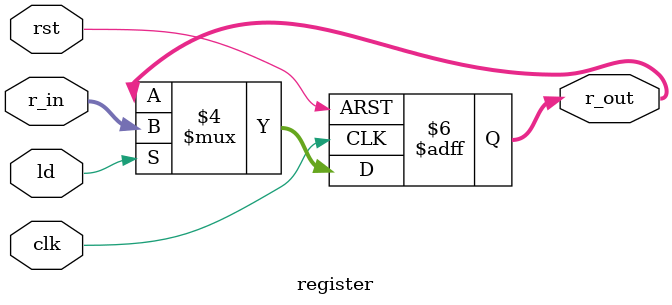
<source format=v>
`timescale 1ps/1ps
module register#(parameter size = 8)(input clk,rst,ld, input [size - 1:0] r_in, output reg [size-1:0] r_out);

	always@(posedge clk, posedge rst)begin
		if(rst == 1'b1)
			r_out <= 0;
		else
			if(ld == 1'b1)
				r_out <= r_in;
	end
 endmodule

</source>
